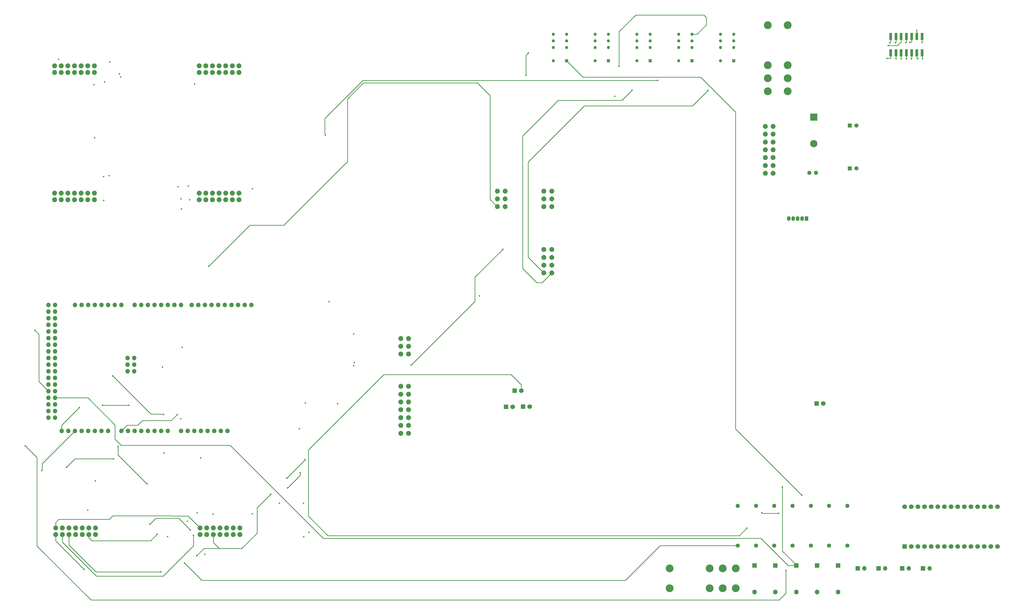
<source format=gbr>
G04 #@! TF.FileFunction,Copper,L1,Top,Signal*
%FSLAX46Y46*%
G04 Gerber Fmt 4.6, Leading zero omitted, Abs format (unit mm)*
G04 Created by KiCad (PCBNEW 4.0.6) date 03/06/20 14:39:01*
%MOMM*%
%LPD*%
G01*
G04 APERTURE LIST*
%ADD10C,0.100000*%
%ADD11C,1.879600*%
%ADD12R,1.600000X1.600000*%
%ADD13C,1.600000*%
%ADD14R,1.800000X1.800000*%
%ADD15C,1.800000*%
%ADD16O,1.800000X1.800000*%
%ADD17R,2.800000X2.800000*%
%ADD18O,2.800000X2.800000*%
%ADD19R,1.200000X1.200000*%
%ADD20C,1.200000*%
%ADD21R,1.700000X1.700000*%
%ADD22O,1.700000X1.700000*%
%ADD23C,3.000000*%
%ADD24R,1.350000X1.800000*%
%ADD25O,1.350000X1.800000*%
%ADD26O,1.600000X1.600000*%
%ADD27R,1.000000X2.750000*%
%ADD28O,1.727200X1.727200*%
%ADD29C,0.600000*%
%ADD30C,0.250000*%
G04 APERTURE END LIST*
D10*
D11*
X133400000Y-102400000D03*
X133400000Y-104940000D03*
X135940000Y-102400000D03*
X135940000Y-104940000D03*
X138480000Y-102400000D03*
X138480000Y-104940000D03*
X141020000Y-102400000D03*
X141020000Y-104940000D03*
X143560000Y-102400000D03*
X143560000Y-104940000D03*
X146100000Y-102400000D03*
X146100000Y-104940000D03*
X148640000Y-102400000D03*
X148640000Y-104940000D03*
X188800000Y-102400000D03*
X188800000Y-104940000D03*
X191340000Y-102400000D03*
X191340000Y-104940000D03*
X193880000Y-102400000D03*
X193880000Y-104940000D03*
X196420000Y-102400000D03*
X196420000Y-104940000D03*
X198960000Y-102400000D03*
X198960000Y-104940000D03*
X201500000Y-102400000D03*
X201500000Y-104940000D03*
X204040000Y-102400000D03*
X204040000Y-104940000D03*
X188800000Y-151200000D03*
X188800000Y-153740000D03*
X191340000Y-151200000D03*
X191340000Y-153740000D03*
X193880000Y-151200000D03*
X193880000Y-153740000D03*
X196420000Y-151200000D03*
X196420000Y-153740000D03*
X198960000Y-151200000D03*
X198960000Y-153740000D03*
X201500000Y-151200000D03*
X201500000Y-153740000D03*
X204040000Y-151200000D03*
X204040000Y-153740000D03*
X133400000Y-151200000D03*
X133400000Y-153740000D03*
X135940000Y-151200000D03*
X135940000Y-153740000D03*
X138480000Y-151200000D03*
X138480000Y-153740000D03*
X141020000Y-151200000D03*
X141020000Y-153740000D03*
X143560000Y-151200000D03*
X143560000Y-153740000D03*
X146100000Y-151200000D03*
X146100000Y-153740000D03*
X148640000Y-151200000D03*
X148640000Y-153740000D03*
X149100000Y-282000000D03*
X149100000Y-279460000D03*
X146560000Y-282000000D03*
X146560000Y-279460000D03*
X144020000Y-282000000D03*
X144020000Y-279460000D03*
X141480000Y-282000000D03*
X141480000Y-279460000D03*
X138940000Y-282000000D03*
X138940000Y-279460000D03*
X136400000Y-282000000D03*
X136400000Y-279460000D03*
X133860000Y-282000000D03*
X133860000Y-279460000D03*
X204343000Y-282000000D03*
X204343000Y-279460000D03*
X201803000Y-282000000D03*
X201803000Y-279460000D03*
X199263000Y-282000000D03*
X199263000Y-279460000D03*
X196723000Y-282000000D03*
X196723000Y-279460000D03*
X194183000Y-282000000D03*
X194183000Y-279460000D03*
X191643000Y-282000000D03*
X191643000Y-279460000D03*
X189103000Y-282000000D03*
X189103000Y-279460000D03*
D12*
X438000000Y-141707000D03*
D13*
X440500000Y-141707000D03*
D12*
X438000000Y-125273000D03*
D13*
X440500000Y-125273000D03*
D14*
X312852000Y-232995000D03*
D15*
X315392000Y-232995000D03*
D14*
X401444000Y-293832000D03*
D16*
X401444000Y-303992000D03*
D14*
X409444000Y-293832000D03*
D16*
X409444000Y-303992000D03*
D14*
X417444000Y-293832000D03*
D16*
X417444000Y-303992000D03*
D14*
X425444000Y-293832000D03*
D16*
X425444000Y-303992000D03*
D14*
X425298000Y-231800000D03*
D15*
X427838000Y-231800000D03*
D17*
X424155000Y-122072000D03*
D18*
X424155000Y-132232000D03*
D14*
X433444000Y-293832000D03*
D16*
X433444000Y-303992000D03*
D14*
X309601000Y-226924000D03*
D15*
X312141000Y-226924000D03*
D14*
X306350000Y-233071000D03*
D15*
X308890000Y-233071000D03*
D19*
X393540000Y-100450000D03*
D20*
X388460000Y-100450000D03*
X393540000Y-95370000D03*
X388460000Y-90290000D03*
X393540000Y-92830000D03*
X393540000Y-90290000D03*
X388460000Y-95370000D03*
X388460000Y-92830000D03*
D19*
X361540000Y-100450000D03*
D20*
X356460000Y-100450000D03*
X361540000Y-95370000D03*
X356460000Y-90290000D03*
X361540000Y-92830000D03*
X361540000Y-90290000D03*
X356460000Y-95370000D03*
X356460000Y-92830000D03*
D19*
X345540000Y-100450000D03*
D20*
X340460000Y-100450000D03*
X345540000Y-95370000D03*
X340460000Y-90290000D03*
X345540000Y-92830000D03*
X345540000Y-90290000D03*
X340460000Y-95370000D03*
X340460000Y-92830000D03*
D19*
X329540000Y-100450000D03*
D20*
X324460000Y-100450000D03*
X329540000Y-95370000D03*
X324460000Y-90290000D03*
X329540000Y-92830000D03*
X329540000Y-90290000D03*
X324460000Y-95370000D03*
X324460000Y-92830000D03*
D19*
X377540000Y-100450000D03*
D20*
X372460000Y-100450000D03*
X377540000Y-95370000D03*
X372460000Y-90290000D03*
X377540000Y-92830000D03*
X377540000Y-90290000D03*
X372460000Y-95370000D03*
X372460000Y-92830000D03*
D21*
X466000000Y-295000000D03*
D22*
X468540000Y-295000000D03*
D14*
X458927000Y-286588000D03*
D15*
X461467000Y-286588000D03*
X464007000Y-286588000D03*
X466547000Y-286588000D03*
X469087000Y-286588000D03*
X471627000Y-286588000D03*
X474167000Y-286588000D03*
X476707000Y-286588000D03*
X479247000Y-286588000D03*
X481787000Y-286588000D03*
X484327000Y-286588000D03*
X486867000Y-286588000D03*
X489407000Y-286588000D03*
X491947000Y-286588000D03*
X494487000Y-286588000D03*
X494487000Y-271348000D03*
X491947000Y-271348000D03*
X489407000Y-271348000D03*
X486867000Y-271348000D03*
X484327000Y-271348000D03*
X481787000Y-271348000D03*
X479247000Y-271348000D03*
X476707000Y-271348000D03*
X474167000Y-271348000D03*
X471627000Y-271348000D03*
X469087000Y-271348000D03*
X466547000Y-271348000D03*
X464007000Y-271348000D03*
X461467000Y-271348000D03*
X458927000Y-271348000D03*
D23*
X414198000Y-86842600D03*
X406578000Y-86842600D03*
X414198000Y-107162600D03*
X406578000Y-112162600D03*
X406578000Y-102162600D03*
X414198000Y-102162600D03*
X406578000Y-107162600D03*
X414198000Y-112162600D03*
D24*
X421361000Y-160934000D03*
D25*
X419661000Y-160934000D03*
X417961000Y-160934000D03*
X416261000Y-160934000D03*
X414561000Y-160934000D03*
D21*
X449000000Y-295000000D03*
D22*
X451540000Y-295000000D03*
D13*
X422453000Y-143408000D03*
D26*
X424993000Y-143408000D03*
D21*
X458000000Y-295000000D03*
D22*
X460540000Y-295000000D03*
D27*
X453634000Y-91183600D03*
X453634000Y-97433600D03*
X455634000Y-91183600D03*
X455634000Y-97433600D03*
X457634000Y-91183600D03*
X457634000Y-97433600D03*
X459634000Y-91183600D03*
X459634000Y-97433600D03*
X461634000Y-91183600D03*
X461634000Y-97433600D03*
X463634000Y-91183600D03*
X463634000Y-97433600D03*
X465634000Y-91183600D03*
X465634000Y-97433600D03*
D13*
X395039000Y-286236000D03*
D26*
X395039000Y-270996000D03*
D13*
X402039000Y-286236000D03*
D26*
X402039000Y-270996000D03*
D13*
X409039000Y-286236000D03*
D26*
X409039000Y-270996000D03*
D13*
X416039000Y-286236000D03*
D26*
X416039000Y-270996000D03*
D13*
X423039000Y-286236000D03*
D26*
X423039000Y-270996000D03*
D23*
X369000000Y-295000000D03*
X369000000Y-302620000D03*
X389320000Y-295000000D03*
X394320000Y-302620000D03*
X384320000Y-302620000D03*
X384320000Y-295000000D03*
X389320000Y-302620000D03*
X394320000Y-295000000D03*
D13*
X437039000Y-286236000D03*
D26*
X437039000Y-270996000D03*
D13*
X430039000Y-286236000D03*
D26*
X430039000Y-270996000D03*
D28*
X163932000Y-219456000D03*
X161392000Y-219456000D03*
X161392000Y-216916000D03*
X163932000Y-216916000D03*
X161392000Y-214376000D03*
X176759000Y-242316000D03*
X181839000Y-242316000D03*
X184379000Y-242316000D03*
X186919000Y-242316000D03*
X189459000Y-242316000D03*
X191999000Y-242316000D03*
X194539000Y-242316000D03*
X197079000Y-242316000D03*
X141199000Y-194056000D03*
X143739000Y-194056000D03*
X146279000Y-194056000D03*
X148819000Y-194056000D03*
X151359000Y-194056000D03*
X153899000Y-194056000D03*
X156439000Y-194056000D03*
X158979000Y-194056000D03*
X164059000Y-194056000D03*
X166599000Y-194056000D03*
X169139000Y-194056000D03*
X171679000Y-194056000D03*
X174219000Y-194056000D03*
X176759000Y-194056000D03*
X179299000Y-194056000D03*
X181839000Y-194056000D03*
X201143000Y-194056000D03*
X185903000Y-194056000D03*
X188443000Y-194056000D03*
X190983000Y-194056000D03*
X208763000Y-194056000D03*
X206223000Y-194056000D03*
X203683000Y-194056000D03*
X198603000Y-194056000D03*
X196063000Y-194056000D03*
X193523000Y-194056000D03*
X199619000Y-242316000D03*
X174219000Y-242316000D03*
X171679000Y-242316000D03*
X169139000Y-242316000D03*
X166599000Y-242316000D03*
X164059000Y-242316000D03*
X161519000Y-242316000D03*
X158979000Y-242316000D03*
X153899000Y-242316000D03*
X151359000Y-242316000D03*
X148819000Y-242316000D03*
X146279000Y-242316000D03*
X143739000Y-242316000D03*
X141199000Y-242316000D03*
X138659000Y-242316000D03*
X136119000Y-242316000D03*
X133579000Y-194056000D03*
X131039000Y-194056000D03*
X133579000Y-196596000D03*
X131039000Y-196596000D03*
X133579000Y-199136000D03*
X131039000Y-199136000D03*
X133579000Y-201676000D03*
X131039000Y-201676000D03*
X133579000Y-204216000D03*
X131039000Y-204216000D03*
X133579000Y-206756000D03*
X131039000Y-206756000D03*
X133579000Y-209296000D03*
X131039000Y-209296000D03*
X133579000Y-211836000D03*
X131039000Y-211836000D03*
X133579000Y-214376000D03*
X131039000Y-214376000D03*
X133579000Y-216916000D03*
X131039000Y-216916000D03*
X133579000Y-219456000D03*
X131039000Y-219456000D03*
X133579000Y-221996000D03*
X131039000Y-221996000D03*
X133579000Y-224536000D03*
X131039000Y-224536000D03*
X133579000Y-227076000D03*
X131039000Y-227076000D03*
X133579000Y-229616000D03*
X131039000Y-229616000D03*
X133579000Y-232156000D03*
X131039000Y-232156000D03*
X133579000Y-234696000D03*
X131039000Y-234696000D03*
X133579000Y-237236000D03*
X131039000Y-237236000D03*
X163932000Y-214376000D03*
D11*
X269000000Y-243200000D03*
X266002800Y-243200000D03*
X269000000Y-240202800D03*
X266002800Y-240202800D03*
X269000000Y-237205600D03*
X266002800Y-237205600D03*
X269000000Y-234208400D03*
X266002800Y-234208400D03*
X269000000Y-231211200D03*
X266002800Y-231211200D03*
X269000000Y-228214000D03*
X266002800Y-228214000D03*
X269000000Y-225216800D03*
X266002800Y-225216800D03*
X408600000Y-143600000D03*
X405602800Y-143600000D03*
X408600000Y-140602800D03*
X405602800Y-140602800D03*
X408600000Y-137605600D03*
X405602800Y-137605600D03*
X408600000Y-134608400D03*
X405602800Y-134608400D03*
X408600000Y-131611200D03*
X405602800Y-131611200D03*
X408600000Y-128614000D03*
X405602800Y-128614000D03*
X408600000Y-125616800D03*
X405602800Y-125616800D03*
X323800000Y-181800000D03*
X320802800Y-181800000D03*
X323800000Y-178802800D03*
X320802800Y-178802800D03*
X323800000Y-175805600D03*
X320802800Y-175805600D03*
X323800000Y-172808400D03*
X320802800Y-172808400D03*
X323800000Y-156400000D03*
X320802800Y-156400000D03*
X323800000Y-153402800D03*
X320802800Y-153402800D03*
X323800000Y-150405600D03*
X320802800Y-150405600D03*
X306000000Y-156400000D03*
X303002800Y-156400000D03*
X306000000Y-153402800D03*
X303002800Y-153402800D03*
X306000000Y-150405600D03*
X303002800Y-150405600D03*
X268986000Y-212877000D03*
X265988800Y-212877000D03*
X268986000Y-209879800D03*
X265988800Y-209879800D03*
X268986000Y-206882600D03*
X265988800Y-206882600D03*
D21*
X441000000Y-295000000D03*
D22*
X443540000Y-295000000D03*
D29*
X125920500Y-203758800D03*
X412165800Y-263804400D03*
X419595300Y-266966700D03*
X364426500Y-107988100D03*
X237109000Y-128905000D03*
X410743400Y-273850100D03*
X404291800Y-273634200D03*
X398538700Y-279565100D03*
X134945200Y-99877600D03*
X227162100Y-241425000D03*
X190995300Y-289572700D03*
X187011900Y-109359200D03*
X185146300Y-153740000D03*
X227457000Y-258356100D03*
X222656400Y-264147300D03*
X209092800Y-274053300D03*
X172721100Y-281852500D03*
X184611800Y-148533300D03*
X184332800Y-276936600D03*
X181877800Y-153365700D03*
X137972800Y-256209800D03*
X156019500Y-252984000D03*
X175323500Y-250761500D03*
X181733500Y-237656400D03*
X176666600Y-282740400D03*
X180757800Y-148776600D03*
X194087400Y-274196400D03*
X152205100Y-153972600D03*
X248016400Y-217370800D03*
X152565500Y-108600600D03*
X158732300Y-106705500D03*
X228739700Y-269989300D03*
X219532200Y-269989300D03*
X169875200Y-278053800D03*
X185407300Y-280327100D03*
X152250800Y-144882700D03*
X209179500Y-149520600D03*
X146101700Y-272691300D03*
X248240500Y-216144900D03*
X182055900Y-157340800D03*
X187833000Y-290131500D03*
X174155100Y-296303700D03*
X229387400Y-253301500D03*
X222338900Y-260438900D03*
X216204800Y-266547600D03*
X188009900Y-273732600D03*
X158266000Y-105504200D03*
X241755400Y-231858300D03*
X229441600Y-231513100D03*
X186563000Y-282282900D03*
X154338500Y-144497200D03*
X154581100Y-100895900D03*
X238587800Y-192740700D03*
X144780000Y-295376600D03*
X247956900Y-205127000D03*
X148770700Y-129919200D03*
X148522900Y-109596100D03*
X453324500Y-93593400D03*
X452214200Y-99533900D03*
X455384800Y-93533100D03*
X455634000Y-99721900D03*
X452684300Y-94679000D03*
X457634000Y-99760300D03*
X459381400Y-93536500D03*
X459634000Y-99727400D03*
X460953300Y-93487800D03*
X461569200Y-99720000D03*
X463634000Y-88881100D03*
X464037400Y-99726800D03*
X465634000Y-93461000D03*
X465817400Y-99717300D03*
X180378100Y-236004100D03*
X269976600Y-217055700D03*
X305104800Y-172669200D03*
X192405000Y-179197000D03*
X142887700Y-233299000D03*
X151815800Y-232524300D03*
X296189400Y-190538100D03*
X161772600Y-232524300D03*
X128473200Y-257429000D03*
X182277300Y-210317700D03*
X174774000Y-217821000D03*
X313944000Y-106045000D03*
X314833000Y-97536000D03*
X354609400Y-111709200D03*
X349618300Y-102590600D03*
X383667000Y-111861600D03*
X347980000Y-114147600D03*
X189349400Y-252619900D03*
X413537400Y-295719500D03*
X122148600Y-247942100D03*
X183235600Y-292925500D03*
X175196500Y-236042200D03*
X155663900Y-221183200D03*
X148996200Y-261434300D03*
X230898700Y-281190700D03*
X157695900Y-248221500D03*
X168783000Y-262610600D03*
X228854000Y-282829000D03*
D30*
X127381000Y-223418000D02*
X131039000Y-227076000D01*
X127381000Y-205219300D02*
X127381000Y-223418000D01*
X125920500Y-203758800D02*
X127381000Y-205219300D01*
X417444000Y-293832000D02*
X414367700Y-293832000D01*
X146189700Y-229616000D02*
X133579000Y-229616000D01*
X156565600Y-239991900D02*
X146189700Y-229616000D01*
X156565600Y-245465600D02*
X156565600Y-239991900D01*
X158877000Y-247777000D02*
X156565600Y-245465600D01*
X200660000Y-247777000D02*
X158877000Y-247777000D01*
X236296200Y-283413200D02*
X200660000Y-247777000D01*
X403948900Y-283413200D02*
X236296200Y-283413200D01*
X414367700Y-293832000D02*
X403948900Y-283413200D01*
X417444000Y-293832000D02*
X417444000Y-293619000D01*
X417444000Y-293619000D02*
X412165800Y-288340800D01*
X412165800Y-288340800D02*
X412165800Y-263804400D01*
X419595300Y-266966700D02*
X394208000Y-241579400D01*
X394208000Y-241579400D02*
X394208000Y-120142000D01*
X394208000Y-120142000D02*
X380784100Y-106718100D01*
X380784100Y-106718100D02*
X335808100Y-106718100D01*
X335808100Y-106718100D02*
X329540000Y-100450000D01*
X251485400Y-107988100D02*
X364426500Y-107988100D01*
X236880400Y-122593100D02*
X251485400Y-107988100D01*
X236880400Y-128676400D02*
X236880400Y-122593100D01*
X237109000Y-128905000D02*
X236880400Y-128676400D01*
X312141000Y-226924000D02*
X312141000Y-224574500D01*
X404507700Y-273850100D02*
X410743400Y-273850100D01*
X404291800Y-273634200D02*
X404507700Y-273850100D01*
X395706600Y-282397200D02*
X398538700Y-279565100D01*
X238074200Y-282397200D02*
X395706600Y-282397200D01*
X230593900Y-274916900D02*
X238074200Y-282397200D01*
X230593900Y-249593100D02*
X230593900Y-274916900D01*
X259461000Y-220726000D02*
X230593900Y-249593100D01*
X308292500Y-220726000D02*
X259461000Y-220726000D01*
X312141000Y-224574500D02*
X308292500Y-220726000D01*
X190944500Y-289521900D02*
X190944500Y-289509200D01*
X190995300Y-289572700D02*
X190944500Y-289521900D01*
X227457000Y-259346700D02*
X227457000Y-258356100D01*
X222656400Y-264147300D02*
X227457000Y-259346700D01*
X209092800Y-274053300D02*
X209283300Y-273862800D01*
X146560000Y-282000000D02*
X146560000Y-283212000D01*
X170220600Y-284353000D02*
X172721100Y-281852500D01*
X147701000Y-284353000D02*
X170220600Y-284353000D01*
X146560000Y-283212000D02*
X147701000Y-284353000D01*
X137972800Y-256209800D02*
X141198600Y-252984000D01*
X141198600Y-252984000D02*
X156019500Y-252984000D01*
X228777800Y-270027400D02*
X228777800Y-270052800D01*
X228739700Y-269989300D02*
X228777800Y-270027400D01*
X219532200Y-269989300D02*
X219544900Y-269989300D01*
X169875200Y-278053800D02*
X172174798Y-275754202D01*
X172174798Y-275754202D02*
X180885202Y-275754202D01*
X180885202Y-275754202D02*
X185407300Y-280276300D01*
X185407300Y-280276300D02*
X185407300Y-280327100D01*
X138940000Y-282000000D02*
X138940000Y-285994198D01*
X190576200Y-287388300D02*
X196481700Y-287388300D01*
X187833000Y-290131500D02*
X190576200Y-287388300D01*
X149249502Y-296303700D02*
X174155100Y-296303700D01*
X138940000Y-285994198D02*
X149249502Y-296303700D01*
X194183000Y-282000000D02*
X194183000Y-285089600D01*
X229387400Y-253390400D02*
X229387400Y-253301500D01*
X222338900Y-260438900D02*
X229387400Y-253390400D01*
X210997800Y-271754600D02*
X216204800Y-266547600D01*
X210997800Y-281482800D02*
X210997800Y-271754600D01*
X205092300Y-287388300D02*
X210997800Y-281482800D01*
X196481700Y-287388300D02*
X205092300Y-287388300D01*
X194183000Y-285089600D02*
X196481700Y-287388300D01*
X136400000Y-282000000D02*
X136400000Y-284913800D01*
X186563000Y-286372300D02*
X186563000Y-282282900D01*
X175031400Y-297903900D02*
X186563000Y-286372300D01*
X149390100Y-297903900D02*
X175031400Y-297903900D01*
X136400000Y-284913800D02*
X149390100Y-297903900D01*
X133860000Y-284456600D02*
X133860000Y-282000000D01*
X144780000Y-295376600D02*
X133860000Y-284456600D01*
X133860000Y-279460000D02*
X133860000Y-277315200D01*
X184547200Y-274904200D02*
X189103000Y-279460000D01*
X178435000Y-274904200D02*
X184547200Y-274904200D01*
X178358800Y-274828000D02*
X178435000Y-274904200D01*
X155676600Y-274828000D02*
X178358800Y-274828000D01*
X154355800Y-276148800D02*
X155676600Y-274828000D01*
X135026400Y-276148800D02*
X154355800Y-276148800D01*
X133860000Y-277315200D02*
X135026400Y-276148800D01*
X453634000Y-91183600D02*
X453634000Y-93283900D01*
X453324500Y-93593400D02*
X453634000Y-93283900D01*
X453634000Y-97433600D02*
X453634000Y-99533900D01*
X452214200Y-99533900D02*
X453634000Y-99533900D01*
X455634000Y-91183600D02*
X455634000Y-93283900D01*
X455384800Y-93533100D02*
X455634000Y-93283900D01*
X455634000Y-97433600D02*
X455634000Y-99533900D01*
X455634000Y-99533900D02*
X455634000Y-99721900D01*
X457634000Y-91183600D02*
X457634000Y-93283900D01*
X456238900Y-94679000D02*
X452684300Y-94679000D01*
X457634000Y-93283900D02*
X456238900Y-94679000D01*
X457634000Y-99760300D02*
X457634000Y-97433600D01*
X459634000Y-91183600D02*
X459634000Y-93283900D01*
X459634000Y-93283900D02*
X459381400Y-93536500D01*
X459634000Y-99727400D02*
X459634000Y-97433600D01*
X461634000Y-91183600D02*
X461634000Y-93283900D01*
X461157200Y-93283900D02*
X461634000Y-93283900D01*
X460953300Y-93487800D02*
X461157200Y-93283900D01*
X461634000Y-99655200D02*
X461634000Y-97433600D01*
X461569200Y-99720000D02*
X461634000Y-99655200D01*
X463634000Y-88881100D02*
X463634000Y-91183600D01*
X463634000Y-97433600D02*
X463634000Y-99533900D01*
X463844500Y-99533900D02*
X463634000Y-99533900D01*
X464037400Y-99726800D02*
X463844500Y-99533900D01*
X465634000Y-93461000D02*
X465634000Y-91183600D01*
X465634000Y-97433600D02*
X465634000Y-99533900D01*
X465817400Y-99717300D02*
X465634000Y-99533900D01*
X161176100Y-240118900D02*
X158979000Y-242316000D01*
X165290500Y-240118900D02*
X161176100Y-240118900D01*
X167055800Y-238353600D02*
X165290500Y-240118900D01*
X178028600Y-238353600D02*
X167055800Y-238353600D01*
X180378100Y-236004100D02*
X178028600Y-238353600D01*
X294373300Y-192659000D02*
X269976600Y-217055700D01*
X294373300Y-183400700D02*
X294373300Y-192659000D01*
X305104800Y-172669200D02*
X294373300Y-183400700D01*
X136119000Y-242316000D02*
X136119000Y-240067700D01*
X300228000Y-153625200D02*
X303002800Y-156400000D01*
X300228000Y-113868200D02*
X300228000Y-153625200D01*
X295325800Y-108966000D02*
X300228000Y-113868200D01*
X251726700Y-108966000D02*
X295325800Y-108966000D01*
X245592600Y-115100100D02*
X251726700Y-108966000D01*
X245592600Y-139065000D02*
X245592600Y-115100100D01*
X221208600Y-163449000D02*
X245592600Y-139065000D01*
X208153000Y-163449000D02*
X221208600Y-163449000D01*
X192405000Y-179197000D02*
X208153000Y-163449000D01*
X136119000Y-240067700D02*
X142887700Y-233299000D01*
X161772600Y-232524300D02*
X151815800Y-232524300D01*
X161747200Y-232498900D02*
X161747200Y-232270300D01*
X161772600Y-232524300D02*
X161747200Y-232498900D01*
X128701800Y-254813200D02*
X141199000Y-242316000D01*
X128701800Y-257200400D02*
X128701800Y-254813200D01*
X128473200Y-257429000D02*
X128701800Y-257200400D01*
X313944000Y-98425000D02*
X313944000Y-106045000D01*
X314833000Y-97536000D02*
X313944000Y-98425000D01*
X377540000Y-90290000D02*
X379457600Y-90290000D01*
X320129200Y-185470800D02*
X323800000Y-181800000D01*
X318071500Y-185470800D02*
X320129200Y-185470800D01*
X312686700Y-180086000D02*
X318071500Y-185470800D01*
X312686700Y-129235200D02*
X312686700Y-180086000D01*
X326288400Y-115633500D02*
X312686700Y-129235200D01*
X350685100Y-115633500D02*
X326288400Y-115633500D01*
X354609400Y-111709200D02*
X350685100Y-115633500D01*
X349618300Y-89293700D02*
X349618300Y-102590600D01*
X355981000Y-82931000D02*
X349618300Y-89293700D01*
X382054100Y-82931000D02*
X355981000Y-82931000D01*
X383057400Y-83934300D02*
X382054100Y-82931000D01*
X383057400Y-86690200D02*
X383057400Y-83934300D01*
X379457600Y-90290000D02*
X383057400Y-86690200D01*
X314769500Y-175766700D02*
X320802800Y-181800000D01*
X314769500Y-139268200D02*
X314769500Y-175766700D01*
X336308700Y-117729000D02*
X314769500Y-139268200D01*
X377799600Y-117729000D02*
X336308700Y-117729000D01*
X383667000Y-111861600D02*
X377799600Y-117729000D01*
X347903800Y-114084100D02*
X348005400Y-114185700D01*
X347903800Y-114071400D02*
X347903800Y-114084100D01*
X347980000Y-114147600D02*
X347903800Y-114071400D01*
X413537400Y-304431700D02*
X413537400Y-295719500D01*
X410870400Y-307098700D02*
X413537400Y-304431700D01*
X147358100Y-307098700D02*
X410870400Y-307098700D01*
X126682500Y-286423100D02*
X147358100Y-307098700D01*
X126682500Y-252476000D02*
X126682500Y-286423100D01*
X122148600Y-247942100D02*
X126682500Y-252476000D01*
X365324800Y-286236000D02*
X395039000Y-286236000D01*
X352044000Y-299516800D02*
X365324800Y-286236000D01*
X189826900Y-299516800D02*
X352044000Y-299516800D01*
X183235600Y-292925500D02*
X189826900Y-299516800D01*
X175044100Y-235889800D02*
X175196500Y-236042200D01*
X170370500Y-235889800D02*
X175044100Y-235889800D01*
X155663900Y-221183200D02*
X170370500Y-235889800D01*
X230898700Y-281190700D02*
X230974900Y-281190700D01*
X157695900Y-251523500D02*
X157695900Y-248221500D01*
X168783000Y-262610600D02*
X157695900Y-251523500D01*
X228879400Y-282803600D02*
X228904800Y-282803600D01*
X228854000Y-282829000D02*
X228879400Y-282803600D01*
M02*

</source>
